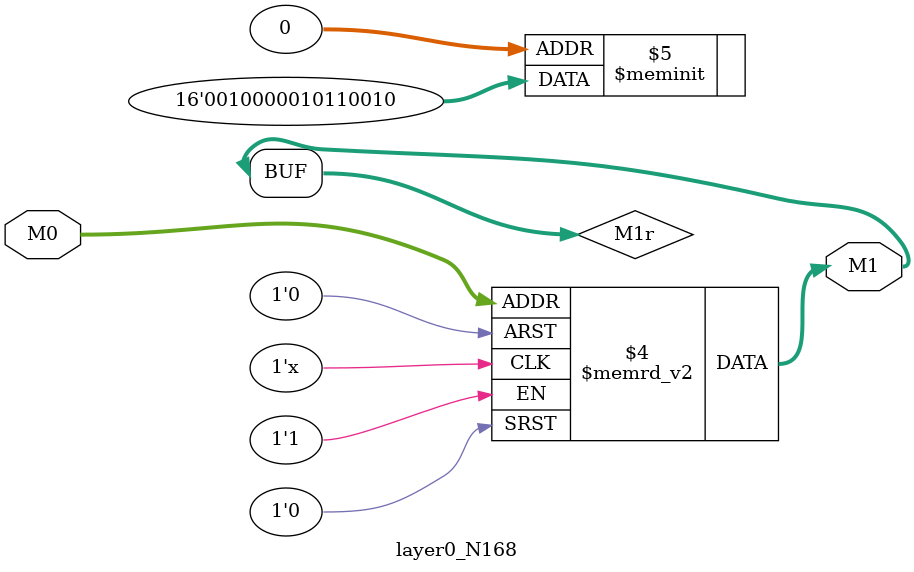
<source format=v>
module layer0_N168 ( input [2:0] M0, output [1:0] M1 );

	(*rom_style = "distributed" *) reg [1:0] M1r;
	assign M1 = M1r;
	always @ (M0) begin
		case (M0)
			3'b000: M1r = 2'b10;
			3'b100: M1r = 2'b00;
			3'b010: M1r = 2'b11;
			3'b110: M1r = 2'b10;
			3'b001: M1r = 2'b00;
			3'b101: M1r = 2'b00;
			3'b011: M1r = 2'b10;
			3'b111: M1r = 2'b00;

		endcase
	end
endmodule

</source>
